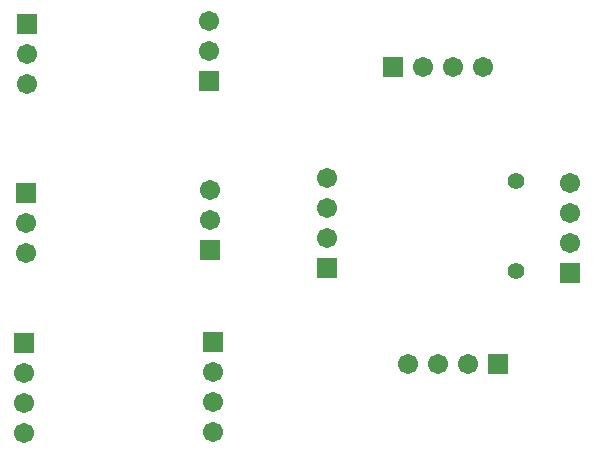
<source format=gbs>
G04*
G04 #@! TF.GenerationSoftware,Altium Limited,Altium Designer,20.0.9 (164)*
G04*
G04 Layer_Color=16711935*
%FSLAX25Y25*%
%MOIN*%
G70*
G01*
G75*
%ADD20C,0.06706*%
%ADD21R,0.06706X0.06706*%
%ADD22C,0.05524*%
%ADD23R,0.06706X0.06706*%
D20*
X195000Y99500D02*
D03*
Y89500D02*
D03*
Y79500D02*
D03*
X141000Y39000D02*
D03*
X151000D02*
D03*
X161000D02*
D03*
X114000Y101000D02*
D03*
Y91000D02*
D03*
Y81000D02*
D03*
X166000Y138000D02*
D03*
X156000D02*
D03*
X146000D02*
D03*
X14000Y142500D02*
D03*
Y132500D02*
D03*
X74500Y143500D02*
D03*
Y153500D02*
D03*
X13000Y16000D02*
D03*
Y26000D02*
D03*
Y36000D02*
D03*
X13500Y86000D02*
D03*
Y76000D02*
D03*
X75000Y87000D02*
D03*
Y97000D02*
D03*
X76000Y16500D02*
D03*
Y26500D02*
D03*
Y36500D02*
D03*
D21*
X195000Y69500D02*
D03*
X114000Y71000D02*
D03*
X14000Y152500D02*
D03*
X74500Y133500D02*
D03*
X13000Y46000D02*
D03*
X13500Y96000D02*
D03*
X75000Y77000D02*
D03*
X76000Y46500D02*
D03*
D22*
X177000Y100000D02*
D03*
Y70000D02*
D03*
D23*
X171000Y39000D02*
D03*
X136000Y138000D02*
D03*
M02*

</source>
